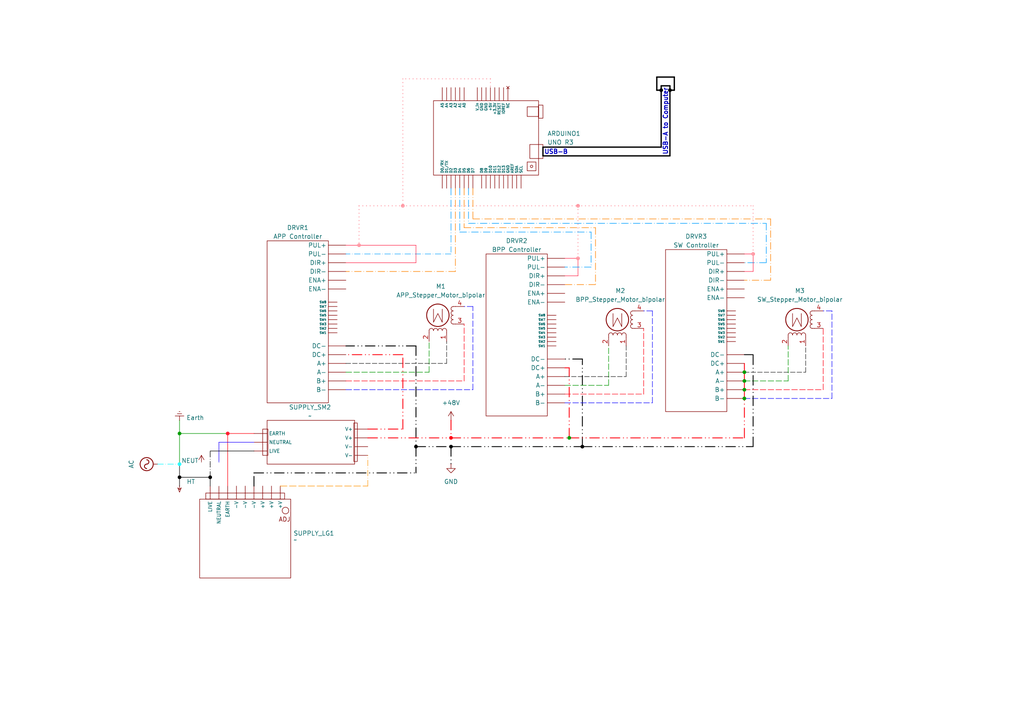
<source format=kicad_sch>
(kicad_sch (version 20231120) (generator "eeschema") (generator_version "8.0")
  (paper "A4")
  (title_block (title "Simulator_Wiring_Diagram") (date "2024-06-20") (rev "1") (company "Hunter White") (comment 1 "Check For Consistency with Hardware"))
  (lib_symbols
    (symbol "Driving_Simulator_Hardware:Arduino_UNO"
      (property "Reference" "ARDUINO" (at 0 14.478 0))
      (property "Value" "UNO R3" (at 0 12.192 0))
      (symbol "Arduino_UNO_0_1"
        (rectangle (start -7.62 7.62) (end 13.97 -22.86))
        (rectangle (start -6.35 8.89) (end -2.54 7.62))
        (rectangle (start -5.842 7.62) (end -3.048 4.318))
        (rectangle (start 5.08 8.89) (end 9.144 5.08))
        (rectangle (start 10.16 6.858) (end 12.7 4.318))
        (circle (center 11.43 5.588) (radius 0.3592))
      )
      (symbol "Arduino_UNO_1_1"
        (pin power_out line (at -11.43 -5.08 0) (length 3.81) (name "+3.3V") (number ""))
        (pin power_out line (at -11.43 -6.35 0) (length 3.81) (name "+5V") (number ""))
        (pin bidirectional line (at -11.43 -13.97 0) (length 3.81) (name "A0") (number ""))
        (pin bidirectional line (at -11.43 -15.24 0) (length 3.81) (name "A1") (number ""))
        (pin bidirectional line (at -11.43 -16.51 0) (length 3.81) (name "A2") (number ""))
        (pin bidirectional line (at -11.43 -17.78 0) (length 3.81) (name "A3") (number ""))
        (pin bidirectional line (at -11.43 -19.05 0) (length 3.81) (name "A4") (number ""))
        (pin bidirectional line (at -11.43 -20.32 0) (length 3.81) (name "A5") (number ""))
        (pin passive line (at 17.78 0 180) (length 3.81) (name "AREF") (number ""))
        (pin free line (at 17.78 -20.32 180) (length 3.81) (name "D0/RX") (number ""))
        (pin free line (at 17.78 -19.05 180) (length 3.81) (name "D1/TX") (number ""))
        (pin bidirectional line (at 17.78 -6.35 180) (length 3.81) (name "D10") (number ""))
        (pin bidirectional line (at 17.78 -5.08 180) (length 3.81) (name "D11") (number ""))
        (pin bidirectional line (at 17.78 -3.81 180) (length 3.81) (name "D12") (number ""))
        (pin bidirectional line (at 17.78 -2.54 180) (length 3.81) (name "D13") (number ""))
        (pin bidirectional line (at 17.78 -17.78 180) (length 3.81) (name "D2") (number ""))
        (pin bidirectional line (at 17.78 -16.51 180) (length 3.81) (name "D3") (number ""))
        (pin bidirectional line (at 17.78 -15.24 180) (length 3.81) (name "D4") (number ""))
        (pin bidirectional line (at 17.78 -13.97 180) (length 3.81) (name "D5") (number ""))
        (pin bidirectional line (at 17.78 -12.7 180) (length 3.81) (name "D6") (number ""))
        (pin bidirectional line (at 17.78 -11.43 180) (length 3.81) (name "D7") (number ""))
        (pin bidirectional line (at 17.78 -8.89 180) (length 3.81) (name "D8") (number ""))
        (pin bidirectional line (at 17.78 -7.62 180) (length 3.81) (name "D9") (number ""))
        (pin power_out line (at -11.43 -8.89 0) (length 3.81) (name "GND") (number ""))
        (pin power_out line (at -11.43 -7.62 0) (length 3.81) (name "GND") (number ""))
        (pin power_out line (at 17.78 -1.27 180) (length 3.81) (name "GND") (number ""))
        (pin passive line (at -11.43 -2.54 0) (length 3.81) (name "IOREF") (number ""))
        (pin no_connect line (at -11.43 -1.27 0) (length 3.81) (name "NC") (number ""))
        (pin input line (at -11.43 -3.81 0) (length 3.81) (name "RESET") (number ""))
        (pin bidirectional line (at 17.78 2.54 180) (length 3.81) (name "SCL") (number ""))
        (pin bidirectional line (at 17.78 1.27 180) (length 3.81) (name "SDA") (number ""))
        (pin power_in line (at -11.43 -10.16 0) (length 3.81) (name "V_in") (number ""))
      )
    )
    (symbol "Driving_Simulator_Hardware:PWR_SUPPLY_LG"
      (property "Reference" "SUPPLY_LG" (at -0.762 1.524 0))
      (symbol "PWR_SUPPLY_LG_0_1"
        (rectangle (start -13.208 0) (end 13.208 -22.86))
        (circle (center -11.684 -19.558) (radius 0.9652))
        (rectangle (start -11.43 -22.86) (end 11.43 -24.638))
      )
      (symbol "PWR_SUPPLY_LG_1_1"
        (text "ADJ" (at -11.43 -17.018 0) (effects (font (size 1.27 1.27))))
        (pin power_out line (at -10.16 -26.67 90) (length 3.81) (name "+V") (number ""))
        (pin power_out line (at -7.62 -26.67 90) (length 3.81) (name "+V") (number ""))
        (pin power_out line (at -5.08 -26.67 90) (length 3.81) (name "+V") (number ""))
        (pin power_out line (at -2.54 -26.67 90) (length 3.81) (name "-V") (number ""))
        (pin power_out line (at 0 -26.67 90) (length 3.81) (name "-V") (number ""))
        (pin power_out line (at 2.54 -26.67 90) (length 3.81) (name "-V") (number ""))
        (pin input line (at 5.08 -26.67 90) (length 3.81) (name "EARTH") (number ""))
        (pin input line (at 10.16 -26.67 90) (length 3.81) (name "LIVE") (number ""))
        (pin input line (at 7.62 -26.67 90) (length 3.81) (name "NEUTRAL") (number ""))
      )
    )
    (symbol "Driving_Simulator_Hardware:Stepper-Driver-ST-M5045"
      (property "Reference" "DRVR" (at -2.032 13.208 0))
      (symbol "Stepper-Driver-ST-M5045_0_1"
        (rectangle (start -8.89 11.43) (end 8.89 -35.56))
      )
      (symbol "Stepper-Driver-ST-M5045_1_1"
        (pin output line (at 13.97 -24.13 180) (length 5.08) (name "A+") (number ""))
        (pin output line (at 13.97 -26.67 180) (length 5.08) (name "A-") (number ""))
        (pin output line (at 13.97 -29.21 180) (length 5.08) (name "B+") (number ""))
        (pin output line (at 13.97 -31.75 180) (length 5.08) (name "B-") (number ""))
        (pin power_in line (at 13.97 -21.59 180) (length 5.08) (name "DC+") (number ""))
        (pin power_in line (at 13.97 -19.05 180) (length 5.08) (name "DC-") (number ""))
        (pin input line (at 13.97 5.08 180) (length 5.08) (name "DIR+") (number ""))
        (pin input line (at 13.97 2.54 180) (length 5.08) (name "DIR-") (number ""))
        (pin input line (at 13.97 0 180) (length 5.08) (name "ENA+") (number ""))
        (pin input line (at 13.97 -2.54 180) (length 5.08) (name "ENA-") (number ""))
        (pin input line (at 13.97 10.16 180) (length 5.08) (name "PUL+") (number ""))
        (pin input line (at 13.97 7.62 180) (length 5.08) (name "PUL-") (number ""))
        (pin passive line (at 11.43 -15.24 180) (length 2.54) (name "SW1") (number ""))
        (pin passive line (at 11.43 -13.97 180) (length 2.54) (name "SW2") (number ""))
        (pin passive line (at 11.43 -12.7 180) (length 2.54) (name "SW3") (number ""))
        (pin passive line (at 11.43 -11.43 180) (length 2.54) (name "SW4") (number ""))
        (pin passive line (at 11.43 -10.16 180) (length 2.54) (name "SW5") (number ""))
        (pin passive line (at 11.43 -8.89 180) (length 2.54) (name "SW6") (number ""))
        (pin passive line (at 11.43 -7.62 180) (length 2.54) (name "SW7") (number ""))
        (pin passive line (at 11.43 -6.35 180) (length 2.54) (name "SW8") (number ""))
      )
    )
    (symbol "Motor:Stepper_Motor_bipolar" (pin_names (offset 0) hide)
      (property "Reference" "M" (at 3.81 2.54 0))
      (property "Value" "Stepper_Motor_bipolar" (at 3.81 1.27 0))
      (symbol "Stepper_Motor_bipolar_0_0"
        (polyline (pts (xy -1.27 -1.778) (xy -1.27 2.032) (xy 0 -0.508) (xy 1.27 2.032) (xy 1.27 -1.778)))
      )
      (symbol "Stepper_Motor_bipolar_0_1"
        (arc (start -4.445 -2.54) (mid -3.8127 -1.905) (end -4.445 -1.27))
        (arc (start -4.445 -1.27) (mid -3.8127 -0.635) (end -4.445 0))
        (arc (start -4.445 0) (mid -3.8127 0.635) (end -4.445 1.27))
        (arc (start -4.445 1.27) (mid -3.8127 1.905) (end -4.445 2.54))
        (arc (start -2.54 4.445) (mid -1.905 3.8127) (end -1.27 4.445))
        (arc (start -1.27 4.445) (mid -0.635 3.8127) (end 0 4.445))
        (polyline (pts (xy -5.08 -2.54) (xy -4.445 -2.54)))
        (polyline (pts (xy -5.08 2.54) (xy -4.445 2.54)))
        (polyline (pts (xy -2.54 5.08) (xy -2.54 4.445)))
        (polyline (pts (xy 2.54 5.08) (xy 2.54 4.445)))
        (circle (center 0 0) (radius 3.2512) (stroke (width 0.254)))
        (arc (start 0 4.445) (mid 0.635 3.8127) (end 1.27 4.445))
        (arc (start 1.27 4.445) (mid 1.905 3.8127) (end 2.54 4.445))
      )
      (symbol "Stepper_Motor_bipolar_1_1"
        (pin passive line (at -2.54 7.62 270) (length 2.54) (name "~") (number "1"))
        (pin passive line (at 2.54 7.62 270) (length 2.54) (name "-") (number "2"))
        (pin passive line (at -7.62 2.54 0) (length 2.54) (name "~") (number "3"))
        (pin passive line (at -7.62 -2.54 0) (length 2.54) (name "~") (number "4"))
      )
    )
    (symbol "PWR_SUPPLY_SM_1"
      (property "Reference" "SUPPLY_SM" (at 0.254 0.762 0))
      (symbol "PWR_SUPPLY_SM_1_0_1"
        (rectangle (start -6.35 12.7) (end 6.35 -12.7))
        (rectangle (start -5.588 13.462) (end 5.588 12.446))
        (rectangle (start -3.81 -12.446) (end 3.81 -13.97))
      )
      (symbol "PWR_SUPPLY_SM_1_1_1"
        (pin power_in line (at -2.54 -16.51 90) (length 3.81) (name "EARTH") (number ""))
        (pin power_in line (at 2.54 -16.51 90) (length 3.81) (name "LIVE") (number ""))
        (pin power_in line (at 0 -16.51 90) (length 3.81) (name "NEUTRAL") (number ""))
        (pin power_in line (at -3.81 16.51 270) (length 3.81) (name "V+") (number ""))
        (pin power_in line (at -1.27 16.51 270) (length 3.81) (name "V+") (number ""))
        (pin power_in line (at 1.27 16.51 270) (length 3.81) (name "V-") (number ""))
        (pin power_in line (at 3.81 16.51 270) (length 3.81) (name "V-") (number ""))
      )
    )
    (symbol "power:+48V" (power) (pin_numbers hide) (pin_names (offset 0) hide)
      (property "Value" "+48V" (at 0 3.556 0))
      (symbol "+48V_0_1"
        (polyline (pts (xy -0.762 1.27) (xy 0 2.54)))
        (polyline (pts (xy 0 0) (xy 0 2.54)))
        (polyline (pts (xy 0 2.54) (xy 0.762 1.27)))
      )
      (symbol "+48V_1_1"
        (pin power_in line (at 0 0 90) (length 0) (name "~") (number "1"))
      )
    )
    (symbol "power:AC" (power) (pin_numbers hide) (pin_names (offset 0) hide)
      (property "Value" "AC" (at 0 6.35 0))
      (symbol "AC_0_1"
        (polyline (pts (xy 0 0) (xy 0 1.27)))
        (arc (start 0 3.175) (mid -0.635 3.8073) (end -1.27 3.175) (stroke (width 0.254)))
        (arc (start 0 3.175) (mid 0.635 2.5427) (end 1.27 3.175) (stroke (width 0.254)))
        (circle (center 0 3.175) (radius 1.905) (stroke (width 0.254)))
      )
      (symbol "AC_1_1"
        (pin power_in line (at 0 0 90) (length 0) (name "~") (number "1"))
      )
    )
    (symbol "power:Earth" (power) (pin_numbers hide) (pin_names (offset 0) hide)
      (property "Value" "Earth" (at 0 -3.81 0))
      (symbol "Earth_0_1"
        (polyline (pts (xy -0.635 -1.905) (xy 0.635 -1.905)))
        (polyline (pts (xy -0.127 -2.54) (xy 0.127 -2.54)))
        (polyline (pts (xy 0 -1.27) (xy 0 0)))
        (polyline (pts (xy 1.27 -1.27) (xy -1.27 -1.27)))
      )
      (symbol "Earth_1_1"
        (pin power_in line (at 0 0 270) (length 0) (name "~") (number "1"))
      )
    )
    (symbol "power:GND" (power) (pin_numbers hide) (pin_names (offset 0) hide)
      (property "Value" "GND" (at 0 -3.81 0))
      (symbol "GND_0_1"
        (polyline (pts (xy 0 0) (xy 0 -1.27) (xy 1.27 -1.27) (xy 0 -2.54) (xy -1.27 -1.27) (xy 0 -1.27)))
      )
      (symbol "GND_1_1"
        (pin power_in line (at 0 0 270) (length 0) (name "~") (number "1"))
      )
    )
    (symbol "power:HT" (power) (pin_numbers hide) (pin_names (offset 0) hide)
      (property "Value" "HT" (at 0 3.048 0))
      (symbol "HT_0_0"
        (pin power_in line (at 0 0 90) (length 0) (name "~") (number "1"))
      )
      (symbol "HT_0_1"
        (polyline (pts (xy 0 0) (xy 0 1.016) (xy 0 1.016)))
        (polyline (pts (xy 0 1.016) (xy 0.508 0.508) (xy 0 1.778) (xy -0.508 0.508) (xy 0 1.016) (xy 0 1.016)))
      )
    )
    (symbol "power:NEUT" (power) (pin_numbers hide) (pin_names (offset 0) hide)
      (property "Value" "NEUT" (at 0 3.556 0))
      (symbol "NEUT_0_1"
        (polyline (pts (xy -0.762 1.27) (xy 0 2.54)))
        (polyline (pts (xy 0 0) (xy 0 2.54)))
        (polyline (pts (xy 0 2.54) (xy 0.762 1.27)))
      )
      (symbol "NEUT_1_1"
        (pin power_in line (at 0 0 90) (length 0) (name "~") (number "1"))
      )
    )
  )
  (junction (at 215.9 113.03))
  (junction (at 58.42 134.62) (color 255 255 255 1))
  (junction (at 218.44 73.66) (color 255 145 156 1))
  (junction (at 130.81 129.54) (color 0 0 0 1))
  (junction (at 167.64 74.93) (color 255 145 156 1))
  (junction (at 52.07 138.43) (color 0 0 0 1))
  (junction (at 215.9 110.49))
  (junction (at 63.5 134.62) (color 255 255 255 1))
  (junction (at 167.64 59.69) (color 255 145 156 1))
  (junction (at 191.77 26.162) (color 0 0 0 1))
  (junction (at 66.04 125.73) (color 255 23 42 1))
  (junction (at 165.1 127))
  (junction (at 215.9 107.95))
  (junction (at 120.65 129.54) (color 0 0 0 1))
  (junction (at 116.84 59.69) (color 255 145 156 1))
  (junction (at 130.81 127) (color 255 0 11 1))
  (junction (at 52.07 125.73))
  (junction (at 215.9 115.57))
  (junction (at 194.31 26.162) (color 0 0 0 1))
  (junction (at 104.14 71.12) (color 255 145 156 1))
  (junction (at 52.07 134.62) (color 34 245 255 1))
  (junction (at 60.96 138.43) (color 0 0 0 1))
  (junction (at 168.91 129.54) (color 0 0 0 1))
  (wire (pts (xy 181.61 109.22) (xy 181.61 100.33)) (stroke (width 0.127) (type dash) (color 0 0 0 1)))
  (wire (pts (xy 168.91 129.54) (xy 218.44 129.54)) (stroke (width 0.254) (type dash_dot_dot) (color 0 0 0 1)))
  (wire (pts (xy 194.31 24.892) (xy 191.77 24.892)) (stroke (width 0.381) (color 0 0 0 1)))
  (wire (pts (xy 124.46 107.95) (xy 124.46 99.06)) (stroke (width 0) (type dash)))
  (wire (pts (xy 116.84 59.69) (xy 167.64 59.69)) (stroke (width 0.254) (type dot) (color 255 145 156 1)))
  (wire (pts (xy 172.72 66.04) (xy 172.72 82.55)) (stroke (width 0.1778) (type dash_dot) (color 255 141 21 1)))
  (wire (pts (xy 137.16 63.5) (xy 223.52 63.5)) (stroke (width 0.1778) (type dash_dot) (color 255 141 21 1)))
  (wire (pts (xy 52.07 125.73) (xy 52.07 134.62)))
  (wire (pts (xy 134.62 66.04) (xy 172.72 66.04)) (stroke (width 0.1778) (type dash_dot) (color 255 141 21 1)))
  (wire (pts (xy 222.25 76.2) (xy 215.9 76.2)) (stroke (width 0.1778) (type dash_dot) (color 19 165 255 1)))
  (wire (pts (xy 191.77 26.162) (xy 190.5 26.162)) (stroke (width 0.381) (color 0 0 0 1)))
  (wire (pts (xy 135.89 64.77) (xy 222.25 64.77)) (stroke (width 0.1778) (type dash_dot) (color 19 165 255 1)))
  (wire (pts (xy 120.65 129.54) (xy 120.65 137.16)) (stroke (width 0.254) (type dash_dot_dot) (color 0 0 0 1)))
  (wire (pts (xy 163.83 74.93) (xy 167.64 74.93)) (stroke (width 0.127) (color 255 6 47 1)))
  (wire (pts (xy 195.58 22.352) (xy 195.58 26.162)) (stroke (width 0.381) (color 0 0 0 1)))
  (wire (pts (xy 104.14 71.12) (xy 120.65 71.12)) (stroke (width 0.127) (color 255 6 47 1)))
  (wire (pts (xy 100.33 71.12) (xy 104.14 71.12)) (stroke (width 0.127) (color 255 6 47 1)))
  (wire (pts (xy 215.9 107.95) (xy 215.9 105.41)) (stroke (width 0.254) (type dash_dot_dot) (color 255 4 17 1)))
  (wire (pts (xy 134.62 54.61) (xy 134.62 66.04)) (stroke (width 0.1778) (type dash_dot) (color 255 141 21 1)))
  (wire (pts (xy 157.48 45.212) (xy 194.31 45.212)) (stroke (width 0.381) (color 0 0 0 1)))
  (wire (pts (xy 129.54 105.41) (xy 129.54 99.06)) (stroke (width 0.127) (type dash) (color 0 0 0 1)))
  (wire (pts (xy 130.81 129.54) (xy 168.91 129.54)) (stroke (width 0.254) (type dash_dot_dot) (color 0 0 0 1)))
  (wire (pts (xy 172.72 82.55) (xy 163.83 82.55)) (stroke (width 0.1778) (type dash_dot) (color 255 141 21 1)))
  (wire (pts (xy 81.28 140.97) (xy 106.68 140.97)) (stroke (width 0.1778) (type dash) (color 255 157 26 1)))
  (wire (pts (xy 163.83 109.22) (xy 181.61 109.22)) (stroke (width 0.127) (type dash) (color 0 0 0 1)))
  (wire (pts (xy 241.3 90.17) (xy 238.76 90.17)) (stroke (width 0) (type dash) (color 15 8 255 1)))
  (wire (pts (xy 104.14 59.69) (xy 116.84 59.69)) (stroke (width 0.254) (type dot) (color 255 145 156 1)))
  (wire (pts (xy 190.5 22.352) (xy 195.58 22.352)) (stroke (width 0.381) (color 0 0 0 1)))
  (wire (pts (xy 63.5 134.62) (xy 63.5 128.27)) (stroke (width 0) (color 29 0 255 1)))
  (wire (pts (xy 132.08 54.61) (xy 132.08 78.74)) (stroke (width 0.1778) (type dash_dot) (color 255 141 21 1)))
  (wire (pts (xy 215.9 115.57) (xy 241.3 115.57)) (stroke (width 0) (type dash) (color 15 8 255 1)))
  (wire (pts (xy 120.65 100.33) (xy 120.65 129.54)) (stroke (width 0.254) (type dash_dot_dot) (color 0 0 0 1)))
  (wire (pts (xy 228.6 110.49) (xy 228.6 100.33)) (stroke (width 0) (type dash)))
  (wire (pts (xy 66.04 125.73) (xy 73.66 125.73)) (stroke (width 0) (color 255 0 13 1)))
  (wire (pts (xy 130.81 54.61) (xy 130.81 68.58)) (stroke (width 0.1778) (type dash_dot) (color 19 165 255 1)))
  (wire (pts (xy 215.9 115.57) (xy 215.9 113.03)) (stroke (width 0.254) (type dash_dot_dot) (color 255 4 17 1)))
  (wire (pts (xy 120.65 100.33) (xy 100.33 100.33)) (stroke (width 0.254) (type dash_dot_dot) (color 0 0 0 1)))
  (wire (pts (xy 142.24 22.86) (xy 142.24 25.4)) (stroke (width 0.254) (type dot) (color 255 145 156 1)))
  (wire (pts (xy 120.65 129.54) (xy 130.81 129.54)) (stroke (width 0.254) (type dash_dot_dot) (color 0 0 0 1)))
  (wire (pts (xy 215.9 110.49) (xy 228.6 110.49)) (stroke (width 0) (type dash)))
  (wire (pts (xy 137.16 54.61) (xy 137.16 63.5)) (stroke (width 0.1778) (type dash_dot) (color 255 141 21 1)))
  (wire (pts (xy 218.44 59.69) (xy 218.44 73.66)) (stroke (width 0.254) (type dot) (color 255 145 156 1)))
  (wire (pts (xy 195.58 26.162) (xy 194.31 26.162)) (stroke (width 0.381) (color 0 0 0 1)))
  (wire (pts (xy 163.83 111.76) (xy 176.53 111.76)) (stroke (width 0) (type dash)))
  (wire (pts (xy 218.44 73.66) (xy 218.44 78.74)) (stroke (width 0.127) (color 255 6 47 1)))
  (wire (pts (xy 176.53 111.76) (xy 176.53 100.33)) (stroke (width 0) (type dash)))
  (wire (pts (xy 186.69 114.3) (xy 186.69 95.25)) (stroke (width 0) (type dash) (color 255 3 22 1)))
  (wire (pts (xy 106.68 127) (xy 130.81 127)) (stroke (width 0.254) (type dash_dot_dot) (color 255 4 17 1)))
  (wire (pts (xy 215.9 107.95) (xy 233.68 107.95)) (stroke (width 0.127) (type dash) (color 0 0 0 1)))
  (wire (pts (xy 130.81 68.58) (xy 130.81 73.66)) (stroke (width 0) (type dash_dot) (color 19 165 255 1)))
  (wire (pts (xy 218.44 78.74) (xy 215.9 78.74)) (stroke (width 0.127) (color 255 6 47 1)))
  (wire (pts (xy 189.23 116.84) (xy 189.23 90.17)) (stroke (width 0) (type dash) (color 15 8 255 1)))
  (wire (pts (xy 130.81 121.92) (xy 130.81 127)) (stroke (width 0.254) (type dash_dot_dot) (color 255 0 13 1)))
  (wire (pts (xy 241.3 115.57) (xy 241.3 90.17)) (stroke (width 0) (type dash) (color 15 8 255 1)))
  (wire (pts (xy 63.5 128.27) (xy 73.66 128.27)) (stroke (width 0) (color 29 0 255 1)))
  (wire (pts (xy 222.25 64.77) (xy 222.25 76.2)) (stroke (width 0.1778) (type dash_dot) (color 19 165 255 1)))
  (wire (pts (xy 52.07 134.62) (xy 52.07 138.43)) (stroke (width 0) (color 0 0 0 1)))
  (wire (pts (xy 165.1 106.68) (xy 163.83 106.68)) (stroke (width 0.254) (type dash_dot_dot) (color 255 4 17 1)))
  (wire (pts (xy 100.33 110.49) (xy 134.62 110.49)) (stroke (width 0) (type dash) (color 255 3 22 1)))
  (wire (pts (xy 157.48 42.672) (xy 157.48 45.212)) (stroke (width 0.381) (color 0 0 0 1)))
  (wire (pts (xy 116.84 102.87) (xy 100.33 102.87)) (stroke (width 0.254) (type dash_dot_dot) (color 255 4 17 1)))
  (wire (pts (xy 45.72 134.62) (xy 52.07 134.62)) (stroke (width 0) (type dash_dot) (color 12 247 255 1)))
  (wire (pts (xy 218.44 129.54) (xy 218.44 102.87)) (stroke (width 0.254) (type dash_dot_dot) (color 0 0 0 1)))
  (wire (pts (xy 60.96 138.43) (xy 60.96 130.81)) (stroke (width 0) (type dash_dot) (color 0 0 0 1)))
  (wire (pts (xy 190.5 26.162) (xy 190.5 22.352)) (stroke (width 0.381) (color 0 0 0 1)))
  (wire (pts (xy 106.68 140.97) (xy 106.68 132.08)) (stroke (width 0) (type dash_dot) (color 255 157 26 1)))
  (wire (pts (xy 134.62 110.49) (xy 134.62 93.98)) (stroke (width 0) (type dash) (color 255 3 22 1)))
  (wire (pts (xy 194.31 26.162) (xy 194.31 24.892)) (stroke (width 0.381) (color 0 0 0 1)))
  (wire (pts (xy 135.89 54.61) (xy 135.89 64.77)) (stroke (width 0.1778) (type dash_dot) (color 19 165 255 1)))
  (wire (pts (xy 60.96 130.81) (xy 73.66 130.81)) (stroke (width 0) (color 0 0 0 1)))
  (wire (pts (xy 137.16 113.03) (xy 137.16 88.9)) (stroke (width 0) (type dash) (color 15 8 255 1)))
  (wire (pts (xy 167.64 74.93) (xy 167.64 80.01)) (stroke (width 0.127) (color 255 6 47 1)))
  (wire (pts (xy 66.04 140.97) (xy 66.04 125.73)) (stroke (width 0) (color 255 0 13 1)))
  (wire (pts (xy 100.33 107.95) (xy 124.46 107.95)) (stroke (width 0) (type dash)))
  (wire (pts (xy 233.68 107.95) (xy 233.68 100.33)) (stroke (width 0.127) (type dash) (color 0 0 0 1)))
  (wire (pts (xy 238.76 113.03) (xy 238.76 95.25)) (stroke (width 0) (type dash) (color 255 3 22 1)))
  (wire (pts (xy 194.31 45.212) (xy 194.31 26.162)) (stroke (width 0.381) (color 0 0 0 1)))
  (wire (pts (xy 130.81 127) (xy 165.1 127)) (stroke (width 0.254) (type dash_dot_dot) (color 255 4 17 1)))
  (wire (pts (xy 171.45 77.47) (xy 163.83 77.47)) (stroke (width 0.1778) (type dash_dot) (color 19 165 255 1)))
  (wire (pts (xy 130.81 73.66) (xy 100.33 73.66)) (stroke (width 0) (type dash_dot) (color 19 165 255 1)))
  (wire (pts (xy 132.08 78.74) (xy 100.33 78.74)) (stroke (width 0.1778) (type dash_dot) (color 255 141 21 1)))
  (wire (pts (xy 215.9 127) (xy 215.9 115.57)) (stroke (width 0.254) (type dash_dot_dot) (color 255 4 17 1)))
  (wire (pts (xy 142.24 22.86) (xy 116.84 22.86)) (stroke (width 0.254) (type dot) (color 255 145 156 1)))
  (wire (pts (xy 73.66 137.16) (xy 120.65 137.16)) (stroke (width 0.254) (type dash_dot_dot) (color 0 0 0 1)))
  (wire (pts (xy 163.83 116.84) (xy 189.23 116.84)) (stroke (width 0) (type dash) (color 15 8 255 1)))
  (wire (pts (xy 104.14 59.69) (xy 104.14 71.12)) (stroke (width 0.254) (type dot) (color 255 145 156 1)))
  (wire (pts (xy 116.84 22.86) (xy 116.84 59.69)) (stroke (width 0.254) (type dot) (color 255 145 156 1)))
  (wire (pts (xy 116.84 124.46) (xy 116.84 102.87)) (stroke (width 0.254) (type dash_dot_dot) (color 255 4 17 1)))
  (wire (pts (xy 191.77 26.162) (xy 191.77 42.672)) (stroke (width 0.381) (color 0 0 0 1)))
  (wire (pts (xy 168.91 129.54) (xy 168.91 104.14)) (stroke (width 0.254) (type dash_dot_dot) (color 0 0 0 1)))
  (wire (pts (xy 189.23 90.17) (xy 186.69 90.17)) (stroke (width 0) (type dash) (color 15 8 255 1)))
  (wire (pts (xy 52.07 134.62) (xy 58.42 134.62)) (stroke (width 0) (color 255 255 255 1)))
  (wire (pts (xy 165.1 127) (xy 215.9 127)) (stroke (width 0.254) (type dash_dot_dot) (color 255 4 17 1)))
  (wire (pts (xy 52.07 138.43) (xy 60.96 138.43)) (stroke (width 0) (color 0 0 0 1)))
  (wire (pts (xy 63.5 140.97) (xy 63.5 134.62)) (stroke (width 0) (color 255 255 255 1)))
  (wire (pts (xy 165.1 127) (xy 165.1 106.68)) (stroke (width 0.254) (type dash_dot_dot) (color 255 4 17 1)))
  (wire (pts (xy 168.91 104.14) (xy 163.83 104.14)) (stroke (width 0.254) (type dash_dot_dot) (color 0 0 0 1)))
  (wire (pts (xy 215.9 113.03) (xy 215.9 110.49)) (stroke (width 0.254) (type dash_dot_dot) (color 255 4 17 1)))
  (wire (pts (xy 137.16 88.9) (xy 134.62 88.9)) (stroke (width 0) (type dash) (color 15 8 255 1)))
  (wire (pts (xy 106.68 124.46) (xy 116.84 124.46)) (stroke (width 0.254) (type dash_dot_dot) (color 255 4 17 1)))
  (wire (pts (xy 163.83 114.3) (xy 186.69 114.3)) (stroke (width 0) (type dash) (color 255 3 22 1)))
  (wire (pts (xy 215.9 113.03) (xy 238.76 113.03)) (stroke (width 0) (type dash) (color 255 3 22 1)))
  (wire (pts (xy 218.44 102.87) (xy 215.9 102.87)) (stroke (width 0.254) (type dash_dot_dot) (color 0 0 0 1)))
  (wire (pts (xy 191.77 42.672) (xy 157.48 42.672)) (stroke (width 0.381) (color 0 0 0 1)))
  (wire (pts (xy 120.65 76.2) (xy 100.33 76.2)) (stroke (width 0.127) (color 255 6 47 1)))
  (wire (pts (xy 133.35 54.61) (xy 133.35 67.31)) (stroke (width 0.1778) (type dash_dot) (color 19 165 255 1)))
  (wire (pts (xy 130.81 129.54) (xy 130.81 134.62)) (stroke (width 0.254) (type dash_dot_dot) (color 0 0 0 1)))
  (wire (pts (xy 52.07 125.73) (xy 52.07 121.92)))
  (wire (pts (xy 167.64 80.01) (xy 163.83 80.01)) (stroke (width 0.127) (color 255 6 47 1)))
  (wire (pts (xy 215.9 73.66) (xy 218.44 73.66)) (stroke (width 0.127) (color 255 6 47 1)))
  (wire (pts (xy 223.52 81.28) (xy 215.9 81.28)) (stroke (width 0.1778) (type dash_dot) (color 255 141 21 1)))
  (wire (pts (xy 120.65 71.12) (xy 120.65 76.2)) (stroke (width 0.127) (color 255 6 47 1)))
  (wire (pts (xy 100.33 105.41) (xy 129.54 105.41)) (stroke (width 0.127) (type dash) (color 0 0 0 1)))
  (wire (pts (xy 60.96 140.97) (xy 60.96 138.43)) (stroke (width 0) (color 0 0 0 1)))
  (wire (pts (xy 223.52 63.5) (xy 223.52 81.28)) (stroke (width 0.1778) (type dash_dot) (color 255 141 21 1)))
  (wire (pts (xy 100.33 113.03) (xy 137.16 113.03)) (stroke (width 0) (type dash) (color 15 8 255 1)))
  (wire (pts (xy 191.77 24.892) (xy 191.77 26.162)) (stroke (width 0.381) (color 0 0 0 1)))
  (wire (pts (xy 52.07 125.73) (xy 66.04 125.73)))
  (wire (pts (xy 133.35 67.31) (xy 171.45 67.31)) (stroke (width 0.1778) (type dash_dot) (color 19 165 255 1)))
  (wire (pts (xy 58.42 134.62) (xy 63.5 134.62)) (stroke (width 0) (color 255 255 255 1)))
  (wire (pts (xy 215.9 110.49) (xy 215.9 107.95)) (stroke (width 0.254) (type dash_dot_dot) (color 255 4 17 1)))
  (wire (pts (xy 73.66 140.97) (xy 73.66 137.16)) (stroke (width 0.254) (type dash_dot_dot) (color 0 0 0 1)))
  (wire (pts (xy 167.64 59.69) (xy 167.64 74.93)) (stroke (width 0.254) (type dot) (color 255 145 156 1)))
  (wire (pts (xy 167.64 59.69) (xy 218.44 59.69)) (stroke (width 0.254) (type dot) (color 255 145 156 1)))
  (wire (pts (xy 52.07 138.43) (xy 52.07 140.97)) (stroke (width 0) (color 0 0 0 1)))
  (wire (pts (xy 171.45 67.31) (xy 171.45 77.47)) (stroke (width 0.1778) (type dash_dot) (color 19 165 255 1)))
  (text "USB-A to Computer" (at 193.04 35.306 90) (effects (font (size 1.27 1.27) (bold yes))))
  (text "USB-B\n" (at 161.29 44.196 0) (effects (font (size 1.27 1.27) (thickness 0.254) (bold yes))))
  (symbol (lib_id "Motor:Stepper_Motor_bipolar") (at 179.07 92.71 180) (unit 1)
    (property "Reference" "M2" (at 179.9209 84.3308 0))
    (property "Value" "BPP_Stepper_Motor_bipolar" (at 179.9209 86.8708 0))
    (property "Datasheet" "http://www.infineon.com/dgdl/Application-Note-TLE8110EE_driving_UniPolarStepperMotor_V1.1.pdf?fileId=db3a30431be39b97011be5d0aa0a00b0" (effects (hide yes)))
    (property "Description" "4-wire bipolar stepper motor" (effects (hide yes)))
  )
  (symbol (lib_id "Driving_Simulator_Hardware:Stepper-Driver-ST-M5045") (at 86.36 81.28 0) (unit 1)
    (property "Reference" "DRVR1" (at 86.36 66.04 0))
    (property "Value" "APP Controller" (at 86.36 68.58 0))
  )
  (symbol (lib_id "Driving_Simulator_Hardware:Stepper-Driver-ST-M5045") (at 149.86 85.09 0) (unit 1)
    (property "Reference" "DRVR2" (at 149.86 69.85 0))
    (property "Value" "BPP Controller" (at 149.86 72.39 0))
  )
  (symbol (lib_id "power:+48V") (at 130.81 121.92 0) (unit 1)
    (property "Reference" "#PWR03" (effects (hide yes)))
    (property "Value" "+48V" (at 130.81 116.84 0))
    (property "Description" "Power symbol creates a global label with name \"+48V\"" (effects (hide yes)))
  )
  (symbol (lib_id "power:HT") (at 52.07 140.97 180) (unit 1)
    (property "Reference" "#PWR07" (effects (hide yes)))
    (property "Value" "HT" (at 55.372 139.7 0))
    (property "Description" "Power symbol creates a global label with name \"HT\"" (effects (hide yes)))
  )
  (symbol (lib_id "Motor:Stepper_Motor_bipolar") (at 231.14 92.71 180) (unit 1)
    (property "Reference" "M3" (at 231.9909 84.3308 0))
    (property "Value" "SW_Stepper_Motor_bipolar" (at 231.9909 86.8708 0))
    (property "Datasheet" "http://www.infineon.com/dgdl/Application-Note-TLE8110EE_driving_UniPolarStepperMotor_V1.1.pdf?fileId=db3a30431be39b97011be5d0aa0a00b0" (effects (hide yes)))
    (property "Description" "4-wire bipolar stepper motor" (effects (hide yes)))
  )
  (symbol (lib_id "power:AC") (at 45.72 134.62 90) (unit 1)
    (property "Reference" "#PWR01" (effects (hide yes)))
    (property "Value" "AC" (at 38.1 134.62 0))
    (property "Description" "Power symbol creates a global label with name \"AC\"" (effects (hide yes)))
  )
  (symbol (lib_id "power:NEUT") (at 58.42 134.62 0) (unit 1)
    (property "Reference" "#PWR06" (effects (hide yes)))
    (property "Value" "NEUT" (at 55.118 133.604 0))
    (property "Description" "Power symbol creates a global label with name \"NEUT\"" (effects (hide yes)))
  )
  (symbol (lib_id "Driving_Simulator_Hardware:Stepper-Driver-ST-M5045") (at 201.93 83.82 0) (unit 1)
    (property "Reference" "DRVR3" (at 201.93 68.58 0))
    (property "Value" "SW Controller" (at 201.93 71.12 0))
  )
  (symbol (lib_name "PWR_SUPPLY_SM_1") (lib_id "Driving_Simulator_Hardware:PWR_SUPPLY_SM") (at 90.17 128.27 270) (unit 1)
    (property "Reference" "SUPPLY_SM2" (at 89.916 118.11 90))
    (property "Value" "~" (at 89.916 120.65 90))
  )
  (symbol (lib_id "Motor:Stepper_Motor_bipolar") (at 127 91.44 180) (unit 1)
    (property "Reference" "M1" (at 127.8509 83.0608 0))
    (property "Value" "APP_Stepper_Motor_bipolar" (at 127.8509 85.6008 0))
    (property "Datasheet" "http://www.infineon.com/dgdl/Application-Note-TLE8110EE_driving_UniPolarStepperMotor_V1.1.pdf?fileId=db3a30431be39b97011be5d0aa0a00b0" (effects (hide yes)))
    (property "Description" "4-wire bipolar stepper motor" (effects (hide yes)))
  )
  (symbol (lib_id "Driving_Simulator_Hardware:PWR_SUPPLY_LG") (at 71.12 167.64 180) (unit 1)
    (property "Reference" "SUPPLY_LG1" (at 85.09 154.6859 0) (effects (justify right)))
    (property "Value" "~" (at 85.09 156.591 0) (effects (justify right)))
  )
  (symbol (lib_id "power:Earth") (at 52.07 121.92 180) (unit 1)
    (property "Reference" "#PWR04" (effects (hide yes)))
    (property "Value" "Earth" (at 56.642 121.158 0))
    (property "Description" "Power symbol creates a global label with name \"Earth\"" (effects (hide yes)))
  )
  (symbol (lib_id "power:GND") (at 130.81 134.62 0) (unit 1)
    (property "Reference" "#PWR05" (effects (hide yes)))
    (property "Value" "GND" (at 130.81 139.7 0))
    (property "Description" "Power symbol creates a global label with name \"GND\" , ground" (effects (hide yes)))
  )
  (symbol (lib_id "Driving_Simulator_Hardware:Arduino_UNO") (at 148.59 36.83 270) (unit 1)
    (property "Reference" "ARDUINO1" (at 158.75 38.7349 90) (effects (justify left)))
    (property "Value" "UNO R3" (at 158.75 41.2749 90) (effects (justify left)))
  )
)
</source>
